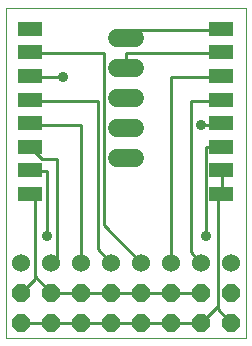
<source format=gtl>
G75*
%MOIN*%
%OFA0B0*%
%FSLAX25Y25*%
%IPPOS*%
%LPD*%
%AMOC8*
5,1,8,0,0,1.08239X$1,22.5*
%
%ADD10C,0.00000*%
%ADD11R,0.07874X0.04724*%
%ADD12OC8,0.06000*%
%ADD13C,0.06000*%
%ADD14C,0.06000*%
%ADD15C,0.01000*%
%ADD16C,0.03600*%
D10*
X0001800Y0001800D02*
X0001800Y0111800D01*
X0081800Y0111800D01*
X0081800Y0001800D01*
X0001800Y0001800D01*
D11*
X0009800Y0049674D03*
X0009800Y0057548D03*
X0009800Y0065422D03*
X0009800Y0073296D03*
X0009800Y0081170D03*
X0009800Y0089044D03*
X0009800Y0096918D03*
X0009800Y0104792D03*
X0073580Y0104792D03*
X0073580Y0096918D03*
X0073580Y0089044D03*
X0073580Y0081170D03*
X0073580Y0073296D03*
X0073580Y0065422D03*
X0073580Y0057548D03*
X0073580Y0049674D03*
D12*
X0076800Y0016800D03*
X0076800Y0006800D03*
X0066800Y0006800D03*
X0066800Y0016800D03*
X0056800Y0016800D03*
X0056800Y0006800D03*
X0046800Y0006800D03*
X0046800Y0016800D03*
X0036800Y0016800D03*
X0036800Y0006800D03*
X0026800Y0006800D03*
X0026800Y0016800D03*
X0016800Y0016800D03*
X0016800Y0006800D03*
X0006800Y0006800D03*
X0006800Y0016800D03*
D13*
X0006800Y0026800D03*
X0016800Y0026800D03*
X0026800Y0026800D03*
X0036800Y0026800D03*
X0046800Y0026800D03*
X0056800Y0026800D03*
X0066800Y0026800D03*
X0076800Y0026800D03*
D14*
X0044800Y0061800D02*
X0038800Y0061800D01*
X0038800Y0071800D02*
X0044800Y0071800D01*
X0044800Y0081800D02*
X0038800Y0081800D01*
X0038800Y0091800D02*
X0044800Y0091800D01*
X0044800Y0101800D02*
X0038800Y0101800D01*
D15*
X0041800Y0101800D02*
X0041800Y0104300D01*
X0073300Y0104300D01*
X0073580Y0104792D01*
X0073580Y0096918D02*
X0073300Y0096800D01*
X0041800Y0096800D01*
X0041800Y0091800D01*
X0034300Y0096800D02*
X0034300Y0039300D01*
X0046800Y0026800D01*
X0046800Y0016800D02*
X0056800Y0016800D01*
X0066800Y0016800D01*
X0072300Y0012300D02*
X0066800Y0006800D01*
X0056800Y0006800D01*
X0046800Y0006800D01*
X0036800Y0006800D01*
X0026800Y0006800D01*
X0016800Y0006800D01*
X0006800Y0006800D01*
X0006800Y0016800D02*
X0011300Y0021300D01*
X0011300Y0022300D01*
X0016800Y0016800D01*
X0026800Y0016800D01*
X0036800Y0016800D01*
X0046800Y0016800D01*
X0036800Y0026800D02*
X0032300Y0031300D01*
X0032300Y0080800D01*
X0009800Y0080800D01*
X0009800Y0081170D01*
X0009800Y0088800D02*
X0009800Y0089044D01*
X0009800Y0088800D02*
X0020800Y0088800D01*
X0026800Y0072800D02*
X0026800Y0026800D01*
X0018800Y0028800D02*
X0016800Y0026800D01*
X0018800Y0028800D02*
X0018800Y0061300D01*
X0013800Y0061300D01*
X0009800Y0065300D01*
X0009800Y0065422D01*
X0009800Y0072800D02*
X0009800Y0073296D01*
X0009800Y0072800D02*
X0026800Y0072800D01*
X0015300Y0057300D02*
X0015300Y0035800D01*
X0011300Y0047800D02*
X0011300Y0022300D01*
X0011300Y0047800D02*
X0009800Y0049300D01*
X0009800Y0049674D01*
X0009800Y0057300D02*
X0009800Y0057548D01*
X0009800Y0057300D02*
X0015300Y0057300D01*
X0009800Y0096800D02*
X0009800Y0096918D01*
X0009800Y0096800D02*
X0034300Y0096800D01*
X0056800Y0088800D02*
X0056800Y0026800D01*
X0063300Y0030300D02*
X0066800Y0026800D01*
X0063300Y0030300D02*
X0063300Y0080800D01*
X0073300Y0080800D01*
X0073580Y0081170D01*
X0073300Y0088800D02*
X0073580Y0089044D01*
X0073300Y0088800D02*
X0056800Y0088800D01*
X0066800Y0072800D02*
X0073300Y0072800D01*
X0073580Y0073296D01*
X0073580Y0065422D02*
X0073300Y0065300D01*
X0068300Y0065300D01*
X0068300Y0035800D01*
X0072300Y0048300D02*
X0072300Y0012300D01*
X0072300Y0011300D01*
X0076800Y0006800D01*
X0072300Y0048300D02*
X0073300Y0049300D01*
X0073580Y0049674D01*
X0073800Y0049800D01*
X0073800Y0057300D01*
X0073580Y0057548D01*
D16*
X0066800Y0072800D03*
X0068300Y0035800D03*
X0020800Y0088800D03*
X0015300Y0035800D03*
M02*

</source>
